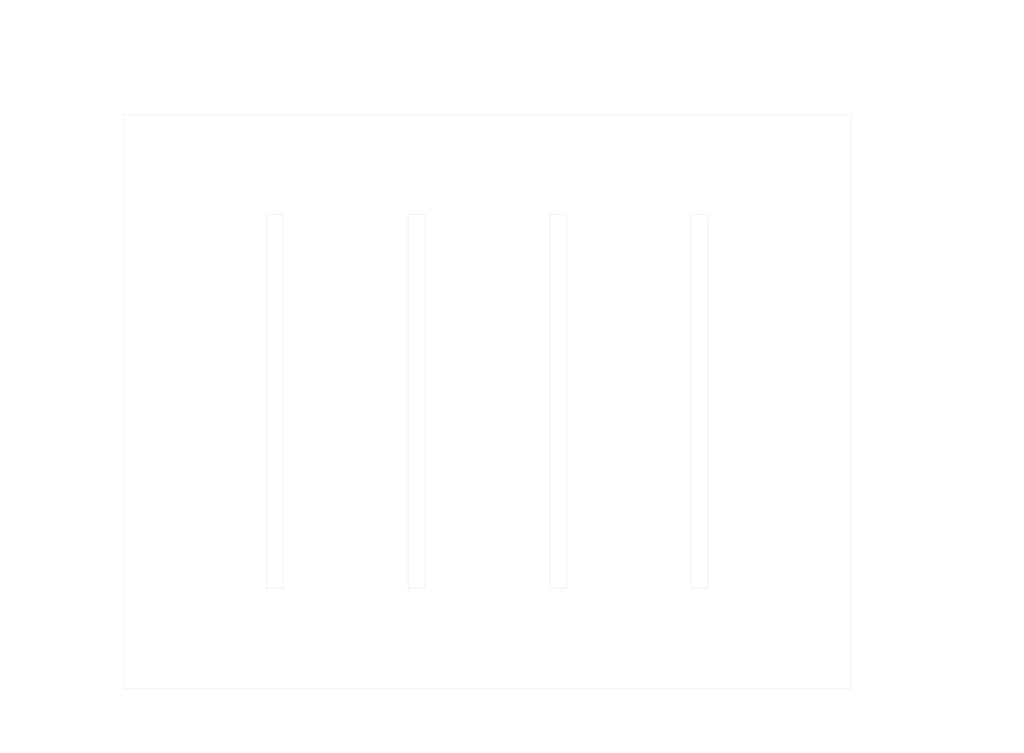
<source format=kicad_pcb>
(kicad_pcb (version 20240108) (generator "pcbnew") (generator_version "8.0")
  (layers (0 "F.Cu" signal "Dessus.Cu") (31 "B.Cu" signal "Dessous.Cu") (34 "B.Paste" user "Dessous.Pate") (35 "F.Paste" user "Dessus.Pate") (36 "B.SilkS" user "Dessous.SilkS") (37 "F.SilkS" user "Dessus.SilkS") (38 "B.Mask" user "Dessous.Masque") (39 "F.Mask" user "Dessus.Masque") (44 "Edge.Cuts" user "Contours.Ci"))
  (net 0 "")
  (footprint "MountingHole:MountingHole_3mm" (layer "F.Cu") (at 172.25 230.2375)
    (property "Reference" "H13" (hide yes))
    (property "Value" "MountingHole")
    (pad "" np_thru_hole oval (at 0 0) (size 3.2 4) (drill oval 3.2 4) (layers "F&B.Cu" "*.Mask"))
  )
  (footprint "MountingHole:MountingHole_3mm" (layer "F.Cu") (at 172.25 143.4)
    (property "Reference" "H13" (hide yes))
    (property "Value" "MountingHole")
    (pad "" np_thru_hole oval (at 0 0) (size 3.2 4) (drill oval 3.2 4) (layers "F&B.Cu" "*.Mask"))
  )
  (footprint "MountingHole:MountingHole_3mm" (layer "F.Cu") (at 49.75 143.4)
    (property "Reference" "H13" (hide yes))
    (property "Value" "MountingHole")
    (pad "" np_thru_hole oval (at 0 0) (size 3.2 4) (drill oval 3.2 4) (layers "*.Cu" "*.Mask"))
  )
  (footprint "MountingHole:MountingHole_3.2mm_M3" (layer "F.Cu") (at 136 162)
    (property "Reference" "H2" (hide yes))
    (property "Value" "MountingHole" (hide yes))
    (pad "" np_thru_hole circle (at 0 0) (size 3.2 3.2) (drill 3.2) (layers "F&B.Cu" "*.Mask"))
  )
  (footprint "MountingHole:MountingHole_3mm" (layer "F.Cu") (at 49.75 230.2375)
    (property "Reference" "H13" (hide yes))
    (property "Value" "MountingHole")
    (pad "" np_thru_hole oval (at 0 0) (size 3.2 4) (drill oval 3.2 4) (layers "*.Cu" "*.Mask"))
  )
  (footprint "MountingHole:MountingHole_3.2mm_M3" (layer "F.Cu") (at 136 212)
    (property "Reference" "H4" (hide yes))
    (property "Value" "MountingHole" (hide yes))
    (pad "" np_thru_hole circle (at 0 0) (size 3.2 3.2) (drill 3.2) (layers "F&B.Cu" "*.Mask"))
  )
  (footprint "MountingHole:MountingHole_3.2mm_M3" (layer "F.Cu") (at 86 162)
    (property "Reference" "H1" (hide yes))
    (property "Value" "MountingHole" (hide yes))
    (pad "" np_thru_hole circle (at 0 0) (size 3.2 3.2) (drill 3.2) (layers "F&B.Cu" "*.Mask"))
  )
  (footprint "MountingHole:MountingHole_3.2mm_M3" (layer "F.Cu") (at 86 212)
    (property "Reference" "H3" (hide yes))
    (property "Value" "MountingHole" (hide yes))
    (pad "" np_thru_hole circle (at 0 0) (size 3.2 3.2) (drill 3.2) (layers "F&B.Cu" "*.Mask"))
  )
  (gr_rect (start 72 154) (end 75 220) (stroke (width 0.05)) (fill none) (layer "Edge.Cuts"))
  (gr_rect (start 46.75 136.4375) (end 175.25 237.7375) (stroke (width 0.05)) (fill none) (layer "Edge.Cuts"))
  (gr_rect (start 122 154) (end 125 220) (stroke (width 0.05)) (fill none) (layer "Edge.Cuts"))
  (gr_rect (start 147 154) (end 150 220) (stroke (width 0.05)) (fill none) (layer "Edge.Cuts"))
  (gr_rect (start 97 154) (end 100 220) (stroke (width 0.05)) (fill none) (layer "Edge.Cuts"))
)
</source>
